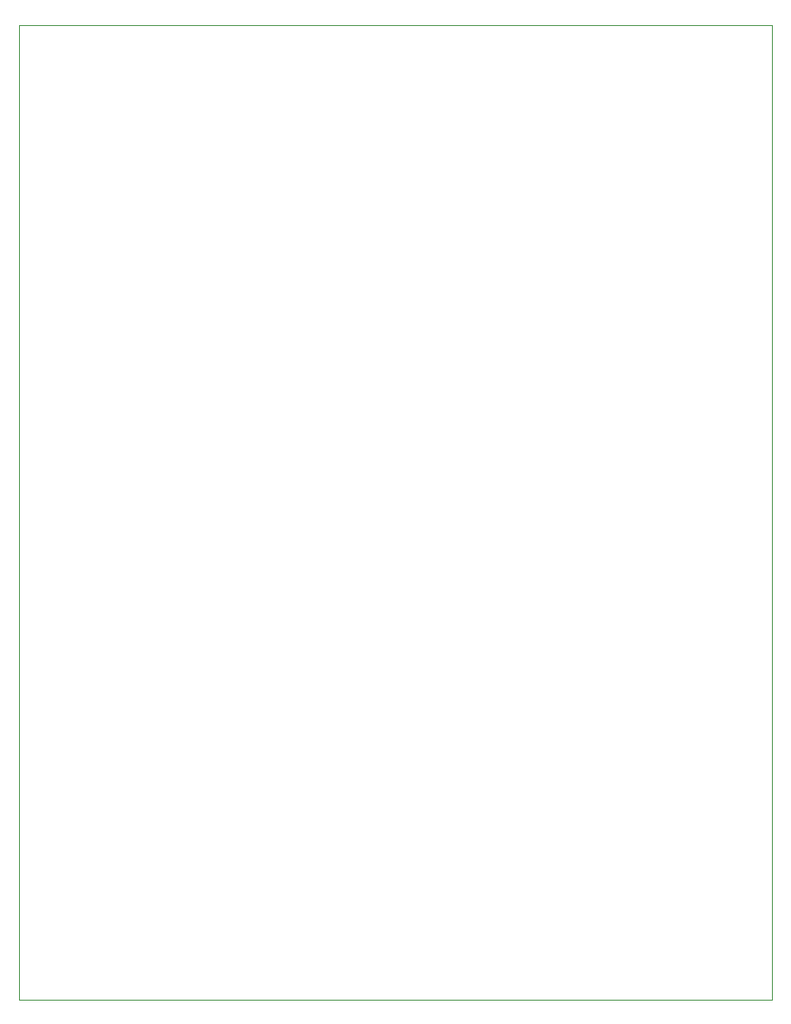
<source format=gm1>
G04 #@! TF.GenerationSoftware,KiCad,Pcbnew,5.1.9+dfsg1-1+deb11u1*
G04 #@! TF.CreationDate,2023-04-03T20:06:42-05:00*
G04 #@! TF.ProjectId,lcbdk,6c636264-6b2e-46b6-9963-61645f706362,rev?*
G04 #@! TF.SameCoordinates,Original*
G04 #@! TF.FileFunction,Profile,NP*
%FSLAX46Y46*%
G04 Gerber Fmt 4.6, Leading zero omitted, Abs format (unit mm)*
G04 Created by KiCad (PCBNEW 5.1.9+dfsg1-1+deb11u1) date 2023-04-03 20:06:42*
%MOMM*%
%LPD*%
G01*
G04 APERTURE LIST*
G04 #@! TA.AperFunction,Profile*
%ADD10C,0.050000*%
G04 #@! TD*
G04 APERTURE END LIST*
D10*
X106680000Y-34290000D02*
X107950000Y-34290000D01*
X106680000Y-129540000D02*
X106680000Y-34290000D01*
X109220000Y-129540000D02*
X106680000Y-129540000D01*
X180340000Y-129540000D02*
X109220000Y-129540000D01*
X180340000Y-127000000D02*
X180340000Y-129540000D01*
X180340000Y-34290000D02*
X180340000Y-127000000D01*
X107950000Y-34290000D02*
X180340000Y-34290000D01*
M02*

</source>
